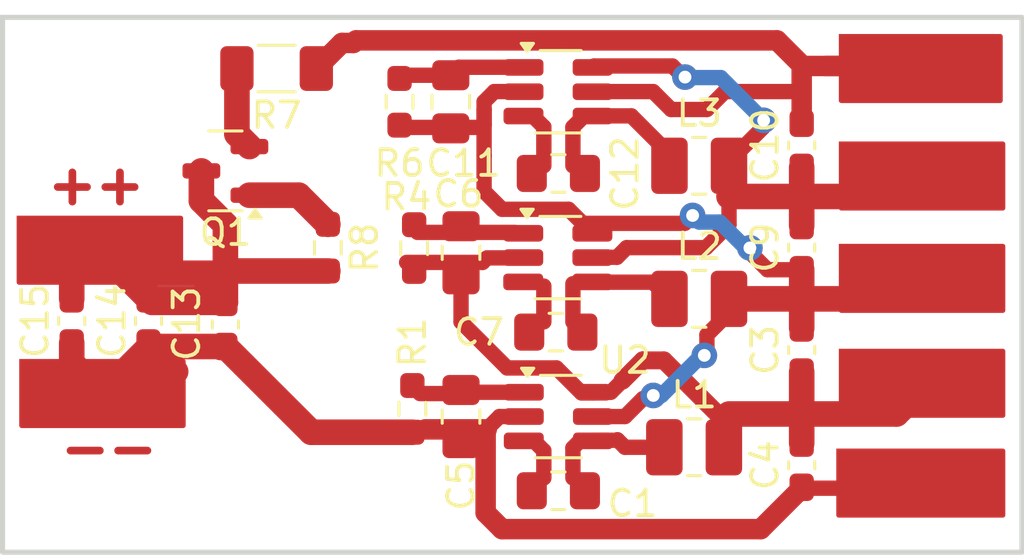
<source format=kicad_pcb>
(kicad_pcb (version 20241229) (generator "pcbnew") (generator_version "9.0")
  (layers (0 "F.Cu" signal) (2 "B.Cu" signal) (13 "F.Paste" user) (15 "B.Paste" user) (5 "F.SilkS" user "F.Silkscreen") (7 "B.SilkS" user "B.Silkscreen") (1 "F.Mask" user) (3 "B.Mask" user) (25 "Edge.Cuts" user))
  (net 0 "")
  (net 1 "Net-(U2-BIAS)")
  (net 2 "Net-(U2-SW)")
  (net 3 "Net-(BT2--)")
  (net 4 "/cell+")
  (net 5 "/pack-")
  (net 6 "Net-(U2-Iset)")
  (net 7 "Net-(U3-Iset)")
  (net 8 "Net-(U3-BIAS)")
  (net 9 "Net-(U3-SW)")
  (net 10 "Net-(BT1-+)")
  (net 11 "Net-(BT1--)")
  (net 12 "/pack+")
  (net 13 "Net-(U4-Iset)")
  (net 14 "Net-(U4-BIAS)")
  (net 15 "Net-(U4-SW)")
  (net 16 "Net-(Q1-S)")
  (net 17 "Net-(Q1-G)")
  (footprint "Resistor_SMD:R_0603_1608Metric_Pad0.98x0.95mm_HandSolder" (layer "F.Cu") (at 128.3 118.3 -90)
    (property "Reference" "R1" (at -2.6 0 270) (layer "F.SilkS"))
    (property "Value" "27k")
    (fp_line (start -0.254724 0.5225) (end 0.254724 0.5225) (stroke (width 0.12)) (layer "F.SilkS"))
    (fp_line (start -0.254724 -0.5225) (end 0.254724 -0.5225) (stroke (width 0.12)) (layer "F.SilkS"))
    (pad "1" smd roundrect (at -0.9125 0 270) (size 0.975 0.95) (layers "F.Cu" "F.Mask" "F.Paste") (net 6 "Net-(U2-Iset)"))
    (pad "2" smd roundrect (at 0.9125 0 270) (size 0.975 0.95) (layers "F.Cu" "F.Mask" "F.Paste") (net 5 "/pack-"))
  )
  (footprint "Package_TO_SOT_SMD:SOT-23-6_Handsoldering" (layer "F.Cu") (at 133.988251 105.906658)
    (property "Reference" "U4" (hide yes))
    (property "Value" "ETA3000S2G")
    (fp_line (start -0.9 1.61) (end 0.9 1.61) (stroke (width 0.12)) (layer "F.SilkS"))
    (fp_line (start 0.1 -1.61) (end -0.7 -1.61) (stroke (width 0.12)) (layer "F.SilkS"))
    (fp_line (start 0.1 -1.61) (end 0.9 -1.61) (stroke (width 0.12)) (layer "F.SilkS"))
    (fp_poly (pts (xy -1.2 -1.56) (xy -1.44 -1.89) (xy -0.96 -1.89) (xy -1.2 -1.56)) (stroke (width 0.12)) (fill yes) (layer "F.SilkS"))
    (pad "1" smd roundrect (at -1.35 -0.95) (size 1.56 0.65) (layers "F.Cu" "F.Mask" "F.Paste") (net 13 "Net-(U4-Iset)"))
    (pad "2" smd roundrect (at -1.35 0) (size 1.56 0.65) (layers "F.Cu" "F.Mask" "F.Paste") (net 3 "Net-(BT2--)"))
    (pad "3" smd roundrect (at -1.35 0.95) (size 1.56 0.65) (layers "F.Cu" "F.Mask" "F.Paste") (net 14 "Net-(U4-BIAS)"))
    (pad "4" smd roundrect (at 1.35 0.95) (size 1.56 0.65) (layers "F.Cu" "F.Mask" "F.Paste") (net 15 "Net-(U4-SW)"))
    (pad "5" smd roundrect (at 1.35 0) (size 1.56 0.65) (layers "F.Cu" "F.Mask" "F.Paste") (net 10 "Net-(BT1-+)"))
    (pad "6" smd roundrect (at 1.35 -0.95) (size 1.56 0.65) (layers "F.Cu" "F.Mask" "F.Paste") (net 11 "Net-(BT1--)"))
  )
  (footprint "Capacitor_SMD:C_0603_1608Metric_Pad1.08x0.95mm_HandSolder" (layer "F.Cu") (at 121 115 90)
    (property "Reference" "C13" (at 0.026127 -1.514859 90) (layer "F.SilkS"))
    (property "Value" "10uF")
    (fp_line (start -0.146267 -0.51) (end 0.146267 -0.51) (stroke (width 0.12)) (layer "F.SilkS"))
    (fp_line (start -0.146267 0.51) (end 0.146267 0.51) (stroke (width 0.12)) (layer "F.SilkS"))
    (pad "1" smd roundrect (at -0.8625 0 90) (size 1.075 0.95) (layers "F.Cu" "F.Mask" "F.Paste") (net 5 "/pack-"))
    (pad "2" smd roundrect (at 0.8625 0 90) (size 1.075 0.95) (layers "F.Cu" "F.Mask" "F.Paste") (net 12 "/pack+"))
  )
  (footprint "Resistor_SMD:R_0603_1608Metric_Pad0.98x0.95mm_HandSolder" (layer "F.Cu") (at 128.369886 112.016318 -90)
    (property "Reference" "R4" (at -2 0.3 0) (layer "F.SilkS"))
    (property "Value" "27k")
    (fp_line (start -0.254724 0.5225) (end 0.254724 0.5225) (stroke (width 0.12)) (layer "F.SilkS"))
    (fp_line (start -0.254724 -0.5225) (end 0.254724 -0.5225) (stroke (width 0.12)) (layer "F.SilkS"))
    (pad "1" smd roundrect (at -0.9125 0 270) (size 0.975 0.95) (layers "F.Cu" "F.Mask" "F.Paste") (net 7 "Net-(U3-Iset)"))
    (pad "2" smd roundrect (at 0.9125 0 270) (size 0.975 0.95) (layers "F.Cu" "F.Mask" "F.Paste") (net 4 "/cell+"))
  )
  (footprint "Capacitor_SMD:C_0805_2012Metric_Pad1.18x1.45mm_HandSolder" (layer "F.Cu") (at 134 121.5)
    (property "Reference" "C1" (at 2.9 0.5 0) (layer "F.SilkS"))
    (property "Value" "10nF")
    (fp_line (start -0.261252 -0.735) (end 0.261252 -0.735) (stroke (width 0.12)) (layer "F.SilkS"))
    (fp_line (start -0.261252 0.735) (end 0.261252 0.735) (stroke (width 0.12)) (layer "F.SilkS"))
    (pad "1" smd roundrect (at -1.0375 0) (size 1.175 1.45) (layers "F.Cu" "F.Mask" "F.Paste") (roundrect_rratio 0.212766) (net 1 "Net-(U2-BIAS)"))
    (pad "2" smd roundrect (at 1.0375 0) (size 1.175 1.45) (layers "F.Cu" "F.Mask" "F.Paste") (roundrect_rratio 0.212766) (net 2 "Net-(U2-SW)"))
  )
  (footprint "Capacitor_SMD:C_0805_2012Metric_Pad1.18x1.45mm_HandSolder" (layer "F.Cu") (at 134 109.1)
    (property "Reference" "C12" (at 2.6 0 90) (layer "F.SilkS"))
    (property "Value" "10nF")
    (fp_line (start -0.261252 -0.735) (end 0.261252 -0.735) (stroke (width 0.12)) (layer "F.SilkS"))
    (fp_line (start -0.261252 0.735) (end 0.261252 0.735) (stroke (width 0.12)) (layer "F.SilkS"))
    (pad "1" smd roundrect (at -1.0375 0) (size 1.175 1.45) (layers "F.Cu" "F.Mask" "F.Paste") (roundrect_rratio 0.212766) (net 14 "Net-(U4-BIAS)"))
    (pad "2" smd roundrect (at 1.0375 0) (size 1.175 1.45) (layers "F.Cu" "F.Mask" "F.Paste") (roundrect_rratio 0.212766) (net 15 "Net-(U4-SW)"))
  )
  (footprint "Capacitor_SMD:C_0603_1608Metric_Pad1.08x0.95mm_HandSolder" (layer "F.Cu") (at 118 114.8625 90)
    (property "Reference" "C14" (at 0 -1.43 90) (layer "F.SilkS"))
    (property "Value" "10uF")
    (fp_line (start -0.146267 -0.51) (end 0.146267 -0.51) (stroke (width 0.12)) (layer "F.SilkS"))
    (fp_line (start -0.146267 0.51) (end 0.146267 0.51) (stroke (width 0.12)) (layer "F.SilkS"))
    (pad "1" smd roundrect (at -0.8625 0 90) (size 1.075 0.95) (layers "F.Cu" "F.Mask" "F.Paste") (net 5 "/pack-"))
    (pad "2" smd roundrect (at 0.8625 0 90) (size 1.075 0.95) (layers "F.Cu" "F.Mask" "F.Paste") (net 12 "/pack+"))
  )
  (footprint "Capacitor_SMD:C_0805_2012Metric_Pad1.18x1.45mm_HandSolder" (layer "F.Cu") (at 130.2 118.6 90)
    (property "Reference" "C5" (at -2.7 0 90) (layer "F.SilkS"))
    (property "Value" "10nF")
    (fp_line (start -0.261252 -0.735) (end 0.261252 -0.735) (stroke (width 0.12)) (layer "F.SilkS"))
    (fp_line (start -0.261252 0.735) (end 0.261252 0.735) (stroke (width 0.12)) (layer "F.SilkS"))
    (pad "1" smd roundrect (at -1.0375 0 90) (size 1.175 1.45) (layers "F.Cu" "F.Mask" "F.Paste") (roundrect_rratio 0.212766) (net 5 "/pack-"))
    (pad "2" smd roundrect (at 1.0375 0 90) (size 1.175 1.45) (layers "F.Cu" "F.Mask" "F.Paste") (roundrect_rratio 0.212766) (net 6 "Net-(U2-Iset)"))
  )
  (footprint "Capacitor_SMD:C_0603_1608Metric_Pad1.08x0.95mm_HandSolder" (layer "F.Cu") (at 143.5 116 90)
    (property "Reference" "C3" (at 0 -1.43 90) (layer "F.SilkS"))
    (property "Value" "10uF")
    (fp_line (start -0.146267 -0.51) (end 0.146267 -0.51) (stroke (width 0.12)) (layer "F.SilkS"))
    (fp_line (start -0.146267 0.51) (end 0.146267 0.51) (stroke (width 0.12)) (layer "F.SilkS"))
    (pad "1" smd roundrect (at -0.8625 0 90) (size 1.075 0.95) (layers "F.Cu" "F.Mask" "F.Paste") (net 4 "/cell+"))
    (pad "2" smd roundrect (at 0.8625 0 90) (size 1.075 0.95) (layers "F.Cu" "F.Mask" "F.Paste") (net 3 "Net-(BT2--)"))
  )
  (footprint "Package_TO_SOT_SMD:SOT-23-6_Handsoldering" (layer "F.Cu") (at 133.978361 112.388055)
    (property "Reference" "U3" (hide yes))
    (property "Value" "ETA3000S2G")
    (fp_line (start -0.9 1.61) (end 0.9 1.61) (stroke (width 0.12)) (layer "F.SilkS"))
    (fp_line (start 0.1 -1.61) (end -0.7 -1.61) (stroke (width 0.12)) (layer "F.SilkS"))
    (fp_line (start 0.1 -1.61) (end 0.9 -1.61) (stroke (width 0.12)) (layer "F.SilkS"))
    (fp_poly (pts (xy -1.2 -1.56) (xy -1.44 -1.89) (xy -0.96 -1.89) (xy -1.2 -1.56)) (stroke (width 0.12)) (fill yes) (layer "F.SilkS"))
    (pad "1" smd roundrect (at -1.35 -0.95) (size 1.56 0.65) (layers "F.Cu" "F.Mask" "F.Paste") (net 7 "Net-(U3-Iset)"))
    (pad "2" smd roundrect (at -1.35 0) (size 1.56 0.65) (layers "F.Cu" "F.Mask" "F.Paste") (net 4 "/cell+"))
    (pad "3" smd roundrect (at -1.35 0.95) (size 1.56 0.65) (layers "F.Cu" "F.Mask" "F.Paste") (net 8 "Net-(U3-BIAS)"))
    (pad "4" smd roundrect (at 1.35 0.95) (size 1.56 0.65) (layers "F.Cu" "F.Mask" "F.Paste") (net 9 "Net-(U3-SW)"))
    (pad "5" smd roundrect (at 1.35 0) (size 1.56 0.65) (layers "F.Cu" "F.Mask" "F.Paste") (net 11 "Net-(BT1--)"))
    (pad "6" smd roundrect (at 1.35 -0.95) (size 1.56 0.65) (layers "F.Cu" "F.Mask" "F.Paste") (net 3 "Net-(BT2--)"))
  )
  (footprint "Resistor_SMD:R_0603_1608Metric_Pad0.98x0.95mm_HandSolder" (layer "F.Cu") (at 127.8 106.3 -90)
    (property "Reference" "R6" (at 2.4 0 0) (layer "F.SilkS"))
    (property "Value" "27k")
    (fp_line (start -0.254724 0.5225) (end 0.254724 0.5225) (stroke (width 0.12)) (layer "F.SilkS"))
    (fp_line (start -0.254724 -0.5225) (end 0.254724 -0.5225) (stroke (width 0.12)) (layer "F.SilkS"))
    (pad "1" smd roundrect (at -0.9125 0 270) (size 0.975 0.95) (layers "F.Cu" "F.Mask" "F.Paste") (net 13 "Net-(U4-Iset)"))
    (pad "2" smd roundrect (at 0.9125 0 270) (size 0.975 0.95) (layers "F.Cu" "F.Mask" "F.Paste") (net 3 "Net-(BT2--)"))
  )
  (footprint "Package_TO_SOT_SMD:SOT-23" (layer "F.Cu") (at 121 109 180)
    (property "Reference" "Q1" (at 0 -2.4 0) (layer "F.SilkS"))
    (property "Value" "AO3400A")
    (fp_line (start 0 1.56) (end 0.65 1.56) (stroke (width 0.12)) (layer "F.SilkS"))
    (fp_line (start 0 1.56) (end -0.65 1.56) (stroke (width 0.12)) (layer "F.SilkS"))
    (fp_line (start 0 -1.56) (end 0.65 -1.56) (stroke (width 0.12)) (layer "F.SilkS"))
    (fp_line (start 0 -1.56) (end -0.65 -1.56) (stroke (width 0.12)) (layer "F.SilkS"))
    (fp_poly (pts (xy -1.1625 -1.51) (xy -1.4025 -1.84) (xy -0.9225 -1.84)) (stroke (width 0.12)) (fill yes) (layer "F.SilkS"))
    (pad "1" smd roundrect (at -0.9375 -0.95 180) (size 1.475 0.6) (layers "F.Cu" "F.Mask" "F.Paste") (net 17 "Net-(Q1-G)"))
    (pad "2" smd roundrect (at -0.9375 0.95 180) (size 1.475 0.6) (layers "F.Cu" "F.Mask" "F.Paste") (net 16 "Net-(Q1-S)"))
    (pad "3" smd roundrect (at 0.9375 0 180) (size 1.475 0.6) (layers "F.Cu" "F.Mask" "F.Paste") (net 12 "/pack+"))
  )
  (footprint "Capacitor_SMD:C_0603_1608Metric_Pad1.08x0.95mm_HandSolder" (layer "F.Cu") (at 115 114.8625 90)
    (property "Reference" "C15" (at 0 -1.43 90) (layer "F.SilkS"))
    (property "Value" "10uF")
    (fp_line (start -0.146267 -0.51) (end 0.146267 -0.51) (stroke (width 0.12)) (layer "F.SilkS"))
    (fp_line (start -0.146267 0.51) (end 0.146267 0.51) (stroke (width 0.12)) (layer "F.SilkS"))
    (pad "1" smd roundrect (at -0.8625 0 90) (size 1.075 0.95) (layers "F.Cu" "F.Mask" "F.Paste") (net 5 "/pack-"))
    (pad "2" smd roundrect (at 0.8625 0 90) (size 1.075 0.95) (layers "F.Cu" "F.Mask" "F.Paste") (net 12 "/pack+"))
  )
  (footprint "Inductor_SMD:L_1008_2520Metric_Pad1.43x2.20mm_HandSolder" (layer "F.Cu") (at 139.5 114)
    (property "Reference" "L2" (at 0 -2.05 0) (layer "F.SilkS"))
    (property "Value" "2.2uH")
    (fp_line (start -0.261252 -1.11) (end 0.261252 -1.11) (stroke (width 0.12)) (layer "F.SilkS"))
    (fp_line (start -0.261252 1.11) (end 0.261252 1.11) (stroke (width 0.12)) (layer "F.SilkS"))
    (pad "1" smd roundrect (at -1.1625 0) (size 1.425 2.2) (layers "F.Cu" "F.Mask" "F.Paste") (roundrect_rratio 0.175439) (net 9 "Net-(U3-SW)"))
    (pad "2" smd roundrect (at 1.1625 0) (size 1.425 2.2) (layers "F.Cu" "F.Mask" "F.Paste") (roundrect_rratio 0.175439) (net 3 "Net-(BT2--)"))
  )
  (footprint "Capacitor_SMD:C_0603_1608Metric_Pad1.08x0.95mm_HandSolder" (layer "F.Cu") (at 143.5 108 90)
    (property "Reference" "C10" (at 0 -1.43 90) (layer "F.SilkS"))
    (property "Value" "10uF")
    (fp_line (start -0.146267 -0.51) (end 0.146267 -0.51) (stroke (width 0.12)) (layer "F.SilkS"))
    (fp_line (start -0.146267 0.51) (end 0.146267 0.51) (stroke (width 0.12)) (layer "F.SilkS"))
    (pad "1" smd roundrect (at -0.8625 0 90) (size 1.075 0.95) (layers "F.Cu" "F.Mask" "F.Paste") (net 11 "Net-(BT1--)"))
    (pad "2" smd roundrect (at 0.8625 0 90) (size 1.075 0.95) (layers "F.Cu" "F.Mask" "F.Paste") (net 10 "Net-(BT1-+)"))
  )
  (footprint "Inductor_SMD:L_1008_2520Metric_Pad1.43x2.20mm_HandSolder" (layer "F.Cu") (at 139.5 108.8)
    (property "Reference" "L3" (at 0 -2.05 0) (layer "F.SilkS"))
    (property "Value" "2.2uH")
    (fp_line (start -0.261252 -1.11) (end 0.261252 -1.11) (stroke (width 0.12)) (layer "F.SilkS"))
    (fp_line (start -0.261252 1.11) (end 0.261252 1.11) (stroke (width 0.12)) (layer "F.SilkS"))
    (pad "1" smd roundrect (at -1.1625 0) (size 1.425 2.2) (layers "F.Cu" "F.Mask" "F.Paste") (roundrect_rratio 0.175439) (net 15 "Net-(U4-SW)"))
    (pad "2" smd roundrect (at 1.1625 0) (size 1.425 2.2) (layers "F.Cu" "F.Mask" "F.Paste") (roundrect_rratio 0.175439) (net 11 "Net-(BT1--)"))
  )
  (footprint "Package_TO_SOT_SMD:SOT-23-6_Handsoldering" (layer "F.Cu") (at 134 118.6)
    (property "Reference" "U2" (at 2.6 -2.2 0) (layer "F.SilkS"))
    (property "Value" "ETA3000S2G")
    (fp_line (start -0.9 1.61) (end 0.9 1.61) (stroke (width 0.12)) (layer "F.SilkS"))
    (fp_line (start 0.1 -1.61) (end -0.7 -1.61) (stroke (width 0.12)) (layer "F.SilkS"))
    (fp_line (start 0.1 -1.61) (end 0.9 -1.61) (stroke (width 0.12)) (layer "F.SilkS"))
    (fp_poly (pts (xy -1.2 -1.56) (xy -1.44 -1.89) (xy -0.96 -1.89) (xy -1.2 -1.56)) (stroke (width 0.12)) (fill yes) (layer "F.SilkS"))
    (pad "1" smd roundrect (at -1.35 -0.95) (size 1.56 0.65) (layers "F.Cu" "F.Mask" "F.Paste") (net 6 "Net-(U2-Iset)"))
    (pad "2" smd roundrect (at -1.35 0) (size 1.56 0.65) (layers "F.Cu" "F.Mask" "F.Paste") (net 5 "/pack-"))
    (pad "3" smd roundrect (at -1.35 0.95) (size 1.56 0.65) (layers "F.Cu" "F.Mask" "F.Paste") (net 1 "Net-(U2-BIAS)"))
    (pad "4" smd roundrect (at 1.35 0.95) (size 1.56 0.65) (layers "F.Cu" "F.Mask" "F.Paste") (net 2 "Net-(U2-SW)"))
    (pad "5" smd roundrect (at 1.35 0) (size 1.56 0.65) (layers "F.Cu" "F.Mask" "F.Paste") (net 3 "Net-(BT2--)"))
    (pad "6" smd roundrect (at 1.4 -0.95) (size 1.3 0.65) (layers "F.Cu" "F.Mask" "F.Paste") (net 4 "/cell+"))
  )
  (footprint "Capacitor_SMD:C_0603_1608Metric_Pad1.08x0.95mm_HandSolder" (layer "F.Cu") (at 143.5 120.5 90)
    (property "Reference" "C4" (at 0 -1.43 90) (layer "F.SilkS"))
    (property "Value" "10uF")
    (fp_line (start -0.146267 -0.51) (end 0.146267 -0.51) (stroke (width 0.12)) (layer "F.SilkS"))
    (fp_line (start -0.146267 0.51) (end 0.146267 0.51) (stroke (width 0.12)) (layer "F.SilkS"))
    (pad "1" smd roundrect (at -0.8625 0 90) (size 1.075 0.95) (layers "F.Cu" "F.Mask" "F.Paste") (net 5 "/pack-"))
    (pad "2" smd roundrect (at 0.8625 0 90) (size 1.075 0.95) (layers "F.Cu" "F.Mask" "F.Paste") (net 4 "/cell+"))
  )
  (footprint "Capacitor_SMD:C_0805_2012Metric_Pad1.18x1.45mm_HandSolder" (layer "F.Cu") (at 130.2 112.2 90)
    (property "Reference" "C6" (at 2.3 -0.1 180) (layer "F.SilkS"))
    (property "Value" "10nF")
    (fp_line (start -0.261252 -0.735) (end 0.261252 -0.735) (stroke (width 0.12)) (layer "F.SilkS"))
    (fp_line (start -0.261252 0.735) (end 0.261252 0.735) (stroke (width 0.12)) (layer "F.SilkS"))
    (pad "1" smd roundrect (at -1.0375 0 90) (size 1.175 1.45) (layers "F.Cu" "F.Mask" "F.Paste") (roundrect_rratio 0.212766) (net 4 "/cell+"))
    (pad "2" smd roundrect (at 1.0375 0 90) (size 1.175 1.45) (layers "F.Cu" "F.Mask" "F.Paste") (roundrect_rratio 0.212766) (net 7 "Net-(U3-Iset)"))
  )
  (footprint "Capacitor_SMD:C_0805_2012Metric_Pad1.18x1.45mm_HandSolder" (layer "F.Cu") (at 133.9 115.3)
    (property "Reference" "C7" (at -3 0 0) (layer "F.SilkS"))
    (property "Value" "10nF")
    (fp_line (start -0.261252 -0.735) (end 0.261252 -0.735) (stroke (width 0.12)) (layer "F.SilkS"))
    (fp_line (start -0.261252 0.735) (end 0.261252 0.735) (stroke (width 0.12)) (layer "F.SilkS"))
    (pad "1" smd roundrect (at -1.0375 0) (size 1.175 1.45) (layers "F.Cu" "F.Mask" "F.Paste") (roundrect_rratio 0.212766) (net 8 "Net-(U3-BIAS)"))
    (pad "2" smd roundrect (at 1.0375 0) (size 1.175 1.45) (layers "F.Cu" "F.Mask" "F.Paste") (roundrect_rratio 0.212766) (net 9 "Net-(U3-SW)"))
  )
  (footprint "Capacitor_SMD:C_0603_1608Metric_Pad1.08x0.95mm_HandSolder" (layer "F.Cu") (at 143.5 112 90)
    (property "Reference" "C9" (at 0 -1.43 90) (layer "F.SilkS"))
    (property "Value" "10uF")
    (fp_line (start -0.146267 -0.51) (end 0.146267 -0.51) (stroke (width 0.12)) (layer "F.SilkS"))
    (fp_line (start -0.146267 0.51) (end 0.146267 0.51) (stroke (width 0.12)) (layer "F.SilkS"))
    (pad "1" smd roundrect (at -0.8625 0 90) (size 1.075 0.95) (layers "F.Cu" "F.Mask" "F.Paste") (net 3 "Net-(BT2--)"))
    (pad "2" smd roundrect (at 0.8625 0 90) (size 1.075 0.95) (layers "F.Cu" "F.Mask" "F.Paste") (net 11 "Net-(BT1--)"))
  )
  (footprint "Capacitor_SMD:C_0805_2012Metric_Pad1.18x1.45mm_HandSolder" (layer "F.Cu") (at 129.8 106.3 90)
    (property "Reference" "C11" (at -2.4 0.5 180) (layer "F.SilkS"))
    (property "Value" "10nF")
    (fp_line (start -0.261252 -0.735) (end 0.261252 -0.735) (stroke (width 0.12)) (layer "F.SilkS"))
    (fp_line (start -0.261252 0.735) (end 0.261252 0.735) (stroke (width 0.12)) (layer "F.SilkS"))
    (pad "1" smd roundrect (at -1.0375 0 90) (size 1.175 1.45) (layers "F.Cu" "F.Mask" "F.Paste") (roundrect_rratio 0.212766) (net 3 "Net-(BT2--)"))
    (pad "2" smd roundrect (at 1.0375 0 90) (size 1.175 1.45) (layers "F.Cu" "F.Mask" "F.Paste") (roundrect_rratio 0.212766) (net 13 "Net-(U4-Iset)"))
  )
  (footprint "Resistor_SMD:R_1206_3216Metric_Pad1.30x1.75mm_HandSolder" (layer "F.Cu") (at 123 105 180)
    (property "Reference" "R7" (at 0 -1.83 0) (layer "F.SilkS"))
    (property "Value" "0r62")
    (fp_line (start -0.727064 0.91) (end 0.727064 0.91) (stroke (width 0.12)) (layer "F.SilkS"))
    (fp_line (start -0.727064 -0.91) (end 0.727064 -0.91) (stroke (width 0.12)) (layer "F.SilkS"))
    (pad "1" smd roundrect (at -1.55 0 180) (size 1.3 1.75) (layers "F.Cu" "F.Mask" "F.Paste") (roundrect_rratio 0.192308) (net 10 "Net-(BT1-+)"))
    (pad "2" smd roundrect (at 1.55 0 180) (size 1.3 1.75) (layers "F.Cu" "F.Mask" "F.Paste") (roundrect_rratio 0.192308) (net 16 "Net-(Q1-S)"))
  )
  (footprint "Resistor_SMD:R_0603_1608Metric_Pad0.98x0.95mm_HandSolder" (layer "F.Cu") (at 125 112 -90)
    (property "Reference" "R8" (at 0 -1.43 90) (layer "F.SilkS"))
    (property "Value" "1k")
    (fp_line (start -0.254724 0.5225) (end 0.254724 0.5225) (stroke (width 0.12)) (layer "F.SilkS"))
    (fp_line (start -0.254724 -0.5225) (end 0.254724 -0.5225) (stroke (width 0.12)) (layer "F.SilkS"))
    (pad "1" smd roundrect (at -0.9125 0 270) (size 0.975 0.95) (layers "F.Cu" "F.Mask" "F.Paste") (net 17 "Net-(Q1-G)"))
    (pad "2" smd roundrect (at 0.9125 0 270) (size 0.975 0.95) (layers "F.Cu" "F.Mask" "F.Paste") (net 12 "/pack+"))
  )
  (footprint "Inductor_SMD:L_1008_2520Metric_Pad1.43x2.20mm_HandSolder" (layer "F.Cu") (at 139.3 119.8)
    (property "Reference" "L1" (at 0 -2.05 0) (layer "F.SilkS"))
    (property "Value" "2.2uH")
    (fp_line (start -0.261252 -1.11) (end 0.261252 -1.11) (stroke (width 0.12)) (layer "F.SilkS"))
    (fp_line (start -0.261252 1.11) (end 0.261252 1.11) (stroke (width 0.12)) (layer "F.SilkS"))
    (pad "1" smd roundrect (at -1.1625 0) (size 1.425 2.2) (layers "F.Cu" "F.Mask" "F.Paste") (roundrect_rratio 0.175439) (net 2 "Net-(U2-SW)"))
    (pad "2" smd roundrect (at 1.1625 0) (size 1.425 2.2) (layers "F.Cu" "F.Mask" "F.Paste") (roundrect_rratio 0.175439) (net 4 "/cell+"))
  )
  (gr_line (start 149.35 104.9) (end 144.45 104.9) (stroke (width 0.8)) (layer "F.Cu") (net 10))
  (gr_rect (start 145.05 116.05) (end 151.35 118.55) (stroke (width 0.2)) (fill yes) (layers "F.Cu" "F.Mask") (net 4))
  (gr_rect (start 145.05 111.95) (end 151.35 114.45) (stroke (width 0.2)) (fill yes) (layers "F.Cu" "F.Mask") (net 3))
  (gr_rect (start 145.05 103.75) (end 151.25 106.25) (stroke (width 0.2)) (fill yes) (layers "F.Cu" "F.Mask") (net 10))
  (gr_rect (start 145.05 107.95) (end 151.35 110.45) (stroke (width 0.2)) (fill yes) (layers "F.Cu" "F.Mask") (net 11))
  (gr_rect (start 144.95 119.95) (end 151.35 122.45) (stroke (width 0.2)) (fill yes) (layers "F.Cu" "F.Mask") (net 5))
  (gr_rect (start 112.95 110.85) (end 119.25 113.35) (stroke (width 0.2)) (fill yes) (layers "F.Cu" "F.Mask") (net 12))
  (gr_rect (start 113.05 116.45) (end 119.35 118.95) (stroke (width 0.2)) (fill yes) (layers "F.Cu" "F.Mask") (net 5))
  (gr_rect (start 112.3 103) (end 152.1 123.9) (stroke (width 0.2)) (fill no) (layer "Edge.Cuts"))
  (gr_text "--" (at 114.4 120.7 0) (layer "F.Cu") (effects (font (size 1.5 1.5) (thickness 0.3) (bold yes)) (justify left bottom)))
  (gr_text "++\n" (at 113.9 110.4 0) (layer "F.Cu") (effects (font (size 1.5 1.5) (thickness 0.3) (bold yes)) (justify left bottom)))
  (segment (start 132.7 119.5) (end 133 119.5) (width 0.3) (layer "F.Cu") (net 1))
  (segment (start 132.65 119.55) (end 132.7 119.5) (width 0.3) (layer "F.Cu") (net 1))
  (segment (start 133.047491 119.55) (end 133.4325 119.935009) (width 0.6) (layer "F.Cu") (net 1))
  (segment (start 132.65 119.55) (end 133.047491 119.55) (width 0.6) (layer "F.Cu") (net 1))
  (segment (start 133.4325 119.935009) (end 133.4325 121) (width 0.6) (layer "F.Cu") (net 1))
  (segment (start 136.6 119.8) (end 137.6375 119.8) (width 0.6) (layer "F.Cu") (net 2))
  (segment (start 136.288254 119.526) (end 136.307127 119.507127) (width 0.6) (layer "F.Cu") (net 2))
  (segment (start 134.5675 121) (end 134.5675 119.826597) (width 0.6) (layer "F.Cu") (net 2))
  (segment (start 134.844097 119.55) (end 135.35 119.55) (width 0.3) (layer "F.Cu") (net 2))
  (segment (start 135.35 119.55) (end 135.374 119.526) (width 0.6) (layer "F.Cu") (net 2))
  (segment (start 136.307127 119.507127) (end 136.6 119.8) (width 0.6) (layer "F.Cu") (net 2))
  (segment (start 134.5675 119.826597) (end 134.844097 119.55) (width 0.6) (layer "F.Cu") (net 2))
  (segment (start 135.374 119.526) (end 136.288254 119.526) (width 0.6) (layer "F.Cu") (net 2))
  (segment (start 131.5 105.9) (end 131.1 106.3) (width 0.6) (layer "F.Cu") (net 3))
  (segment (start 140.6625 114) (end 147.7 114) (width 1) (layer "F.Cu") (net 3))
  (segment (start 141.47781 112.009027) (end 141.47781 112.17781) (width 0.6) (layer "F.Cu") (net 3))
  (segment (start 131.1 107.2) (end 131 107.3) (width 0.6) (layer "F.Cu") (net 3))
  (segment (start 131.1 109.8) (end 131.8 110.5) (width 0.6) (layer "F.Cu") (net 3))
  (segment (start 131.1 106.6) (end 131.1 108.4) (width 0.6) (layer "F.Cu") (net 3))
  (segment (start 139.8 115.407415) (end 140.6625 114.544915) (width 0.6) (layer "F.Cu") (net 3))
  (segment (start 139.699065 116.02305) (end 139.8 115.922115) (width 0.6) (layer "F.Cu") (net 3))
  (segment (start 131 107.3) (end 127.8 107.3) (width 0.6) (layer "F.Cu") (net 3))
  (segment (start 131.1 106.3) (end 131.1 106.6) (width 0.6) (layer "F.Cu") (net 3))
  (segment (start 136.6 118.6) (end 135.35 118.6) (width 0.6) (layer "F.Cu") (net 3))
  (segment (start 134.95 111.05) (end 138.932487 111.05) (width 0.6) (layer "F.Cu") (net 3))
  (segment (start 137.580687 117.9) (end 137.3 117.9) (width 0.6) (layer "F.Cu") (net 3))
  (segment (start 141.47781 112.17781) (end 142.1625 112.8625) (width 0.6) (layer "F.Cu") (net 3))
  (segment (start 134.4 110.5) (end 134.95 111.05) (width 0.6) (layer "F.Cu") (net 3))
  (segment (start 140.6625 114) (end 140.6625 114.47247) (width 0.3) (layer "F.Cu") (net 3))
  (segment (start 131.1 108.4) (end 131.1 109.8) (width 0.6) (layer "F.Cu") (net 3))
  (segment (start 137.705357 117.77533) (end 137.580687 117.9) (width 0.6) (layer "F.Cu") (net 3))
  (segment (start 142.1625 112.8625) (end 143.5 112.8625) (width 0.6) (layer "F.Cu") (net 3))
  (segment (start 138.932487 111.05) (end 139.240865 110.741622) (width 0.6) (layer "F.Cu") (net 3))
  (segment (start 140.6625 114.544915) (end 140.6625 114) (width 0.6) (layer "F.Cu") (net 3))
  (segment (start 139.8 115.922115) (end 139.8 115.407415) (width 0.6) (layer "F.Cu") (net 3))
  (segment (start 132.65 105.9) (end 131.5 105.9) (width 0.6) (layer "F.Cu") (net 3))
  (segment (start 137.3 117.9) (end 136.6 118.6) (width 0.6) (layer "F.Cu") (net 3))
  (segment (start 131.8 110.5) (end 134.4 110.5) (width 0.6) (layer "F.Cu") (net 3))
  (segment (start 131.1 106.6) (end 131.1 107.2) (width 0.6) (layer "F.Cu") (net 3))
  (segment (start 143.5 112.8625) (end 143.5 115.1375) (width 1) (layer "F.Cu") (net 3))
  (via (at 139.699065 116.208846) (size 1) (drill 0.5) (layers "F.Cu" "B.Cu") (net 3))
  (via (at 141.47781 112.009027) (size 1) (drill 0.5) (layers "F.Cu" "B.Cu") (net 3))
  (via (at 139.240865 110.741622) (size 1) (drill 0.5) (layers "F.Cu" "B.Cu") (net 3))
  (via (at 137.705357 117.77533) (size 1) (drill 0.5) (layers "F.Cu" "B.Cu") (net 3))
  (segment (start 140.3 111) (end 141.309027 112.009027) (width 0.6) (layer "B.Cu") (net 3))
  (segment (start 139.240865 110.741622) (end 139.499243 111) (width 0.6) (layer "B.Cu") (net 3))
  (segment (start 138.02467 117.77533) (end 139.591154 116.208846) (width 0.6) (layer "B.Cu") (net 3))
  (segment (start 139.591154 116.208846) (end 139.699065 116.208846) (width 0.6) (layer "B.Cu") (net 3))
  (segment (start 141.309027 112.009027) (end 141.47781 112.009027) (width 0.6) (layer "B.Cu") (net 3))
  (segment (start 139.499243 111) (end 140.3 111) (width 0.6) (layer "B.Cu") (net 3))
  (segment (start 137.705357 117.77533) (end 138.02467 117.77533) (width 0.6) (layer "B.Cu") (net 3))
  (segment (start 132 116.7) (end 130.2 114.9) (width 0.6) (layer "F.Cu") (net 4))
  (segment (start 131.042576 112.575297) (end 128.075297 112.575297) (width 0.6) (layer "F.Cu") (net 4))
  (segment (start 136.05 117.65) (end 135.4 117.65) (width 0.6) (layer "F.Cu") (net 4))
  (segment (start 143.5 118) (end 143.5 119.6375) (width 1) (layer "F.Cu") (net 4))
  (segment (start 147.2 118.5) (end 148.4 117.3) (width 1) (layer "F.Cu") (net 4))
  (segment (start 140.6625 118.5) (end 147.2 118.5) (width 1) (layer "F.Cu") (net 4))
  (segment (start 131.2 112.417873) (end 131.217873 112.4) (width 0.6) (layer "F.Cu") (net 4))
  (segment (start 133.926 116.7) (end 132 116.7) (width 0.6) (layer "F.Cu") (net 4))
  (segment (start 131.2 112.417873) (end 131.042576 112.575297) (width 0.6) (layer "F.Cu") (net 4))
  (segment (start 143.5 116.8625) (end 143.5 118) (width 1) (layer "F.Cu") (net 4))
  (segment (start 137.3 116.4) (end 137.4 116.4) (width 0.7) (layer "F.Cu") (net 4))
  (segment (start 137.4 116.4) (end 137.404548 116.404548) (width 0.7) (layer "F.Cu") (net 4))
  (segment (start 140.6625 118.5) (end 140.6625 118.9) (width 0.3) (layer "F.Cu") (net 4))
  (segment (start 138.120371 116.404548) (end 140.5625 118.846677) (width 0.7) (layer "F.Cu") (net 4))
  (segment (start 136.5 117.2) (end 136.05 117.65) (width 0.6) (layer "F.Cu") (net 4))
  (segment (start 143.5 119.6375) (end 143.5 119) (width 0.3) (layer "F.Cu") (net 4))
  (segment (start 130.2 114.9) (end 130.2 113.7) (width 0.6) (layer "F.Cu") (net 4))
  (segment (start 140.5625 119) (end 140.5625 118.9625) (width 0.6) (layer "F.Cu") (net 4))
  (segment (start 140.5625 118.846677) (end 140.5625 118.9625) (width 0.7) (layer "F.Cu") (net 4))
  (segment (start 135.376 117.674) (end 134.9 117.674) (width 0.6) (layer "F.Cu") (net 4))
  (segment (start 140.6625 118.9) (end 140.5625 119) (width 0.3) (layer "F.Cu") (net 4))
  (segment (start 136.5 117.2) (end 137.3 116.4) (width 0.7) (layer "F.Cu") (net 4))
  (segment (start 135.4 117.65) (end 135.376 117.674) (width 0.6) (layer "F.Cu") (net 4))
  (segment (start 134.9 117.674) (end 133.926 116.7) (width 0.6) (layer "F.Cu") (net 4))
  (segment (start 131.217873 112.4) (end 132.65 112.4) (width 0.6) (layer "F.Cu") (net 4))
  (segment (start 137.404548 116.404548) (end 138.120371 116.404548) (width 0.7) (layer "F.Cu") (net 4))
  (segment (start 119.057754 116.842246) (end 117.057754 116.842246) (width 1) (layer "F.Cu") (net 5))
  (segment (start 115 115.725) (end 115 116.5) (width 1) (layer "F.Cu") (net 5))
  (segment (start 131.160557 119.126984) (end 131.160557 122.360557) (width 0.8) (layer "F.Cu") (net 5))
  (segment (start 131.156052 119.122479) (end 131.160557 119.126984) (width 0.8) (layer "F.Cu") (net 5))
  (segment (start 128.8025 119.1) (end 131.2 119.1) (width 0.8) (layer "F.Cu") (net 5))
  (segment (start 128.3 119.2125) (end 124.35 119.2125) (width 1) (layer "F.Cu") (net 5))
  (segment (start 118.0375 115.8625) (end 116.2 117.7) (width 1) (layer "F.Cu") (net 5))
  (segment (start 132.65 118.6) (end 131.7 118.6) (width 0.6) (layer "F.Cu") (net 5))
  (segment (start 131.799 122.999) (end 141.901 122.999) (width 0.8) (layer "F.Cu") (net 5))
  (segment (start 131.7 118.6) (end 131.2 119.1) (width 0.6) (layer "F.Cu") (net 5))
  (segment (start 141.901 122.999) (end 143.5 121.4) (width 0.8) (layer "F.Cu") (net 5))
  (segment (start 121 115.8625) (end 118.0375 115.8625) (width 1) (layer "F.Cu") (net 5))
  (segment (start 124.35 119.2125) (end 121 115.8625) (width 1) (layer "F.Cu") (net 5))
  (segment (start 147.95 121.4) (end 148.15 121.2) (width 0.6) (layer "F.Cu") (net 5))
  (segment (start 117.057754 116.842246) (end 116.2 117.7) (width 1) (layer "F.Cu") (net 5))
  (segment (start 143.5 121.4) (end 147.95 121.4) (width 0.6) (layer "F.Cu") (net 5))
  (segment (start 115 116.5) (end 116.2 117.7) (width 1) (layer "F.Cu") (net 5))
  (segment (start 131.160557 122.360557) (end 131.799 122.999) (width 0.8) (layer "F.Cu") (net 5))
  (segment (start 131.2 119.1) (end 131.160557 119.139443) (width 0.8) (layer "F.Cu") (net 5))
  (segment (start 143.5 121.4) (end 143.5 121.3625) (width 0.6) (layer "F.Cu") (net 5))
  (segment (start 130.45 117.65) (end 132.65 117.65) (width 0.6) (layer "F.Cu") (net 6))
  (segment (start 128.6 117.7025) (end 130.0975 117.7025) (width 0.6) (layer "F.Cu") (net 6))
  (segment (start 132.2975 111.4025) (end 128.5 111.4025) (width 0.6) (layer "F.Cu") (net 7))
  (segment (start 133.4325 114.9) (end 133.4325 113.500876) (width 0.6) (layer "F.Cu") (net 8))
  (segment (start 135.35 113.35) (end 137.6875 113.35) (width 0.6) (layer "F.Cu") (net 9))
  (segment (start 137.6875 113.35) (end 138.3375 114) (width 0.6) (layer "F.Cu") (net 9))
  (segment (start 134.5675 114.9) (end 134.5675 113.408385) (width 0.6) (layer "F.Cu") (net 9))
  (segment (start 125.55 104) (end 124.55 105) (width 0.8) (layer "F.Cu") (net 10))
  (segment (start 126 104) (end 125.55 104) (width 0.8) (layer "F.Cu") (net 10))
  (segment (start 143.5375 104.9) (end 145.549 104.9) (width 0.8) (layer "F.Cu") (net 10))
  (segment (start 126.1 103.9) (end 126 104) (width 0.8) (layer "F.Cu") (net 10))
  (segment (start 143.5 107.1375) (end 143.5 104.8625) (width 0.8) (layer "F.Cu") (net 10))
  (segment (start 138.4 106.6) (end 139.8 106.6) (width 0.6) (layer "F.Cu") (net 10))
  (segment (start 143.5 104.8625) (end 142.5375 103.9) (width 0.8) (layer "F.Cu") (net 10))
  (segment (start 145.549 104.9) (end 145 104.9) (width 0.8) (layer "F.Cu") (net 10))
  (segment (start 140.5 105.9) (end 143.5 105.9) (width 0.6) (layer "F.Cu") (net 10))
  (segment (start 137.7 105.9) (end 138.4 106.6) (width 0.6) (layer "F.Cu") (net 10))
  (segment (start 142.5375 103.9) (end 126.1 103.9) (width 0.8) (layer "F.Cu") (net 10))
  (segment (start 139.8 106.6) (end 140.5 105.9) (width 0.6) (layer "F.Cu") (net 10))
  (segment (start 143.5 104.8625) (end 143.5375 104.9) (width 0.8) (layer "F.Cu") (net 10))
  (segment (start 135.35 105.9) (end 137.7 105.9) (width 0.6) (layer "F.Cu") (net 10))
  (segment (start 143.5 105.9) (end 143.5 107.1375) (width 0.6) (layer "F.Cu") (net 10))
  (segment (start 138.944277 105.334792) (end 138.886259 105.334792) (width 0.6) (layer "F.Cu") (net 11))
  (segment (start 141.980285 107.31689) (end 140.6625 108.634675) (width 0.6) (layer "F.Cu") (net 11))
  (segment (start 142.014759 107.02552) (end 141.980285 107.059994) (width 0.6) (layer "F.Cu") (net 11))
  (segment (start 135.35 112.4) (end 135.374 112.376) (width 0.6) (layer "F.Cu") (net 11))
  (segment (start 139.762499 112) (end 140.6625 111.099999) (width 0.6) (layer "F.Cu") (net 11))
  (segment (start 138.451467 104.9) (end 135.4 104.9) (width 0.6) (layer "F.Cu") (net 11))
  (segment (start 141.980285 107.059994) (end 141.980285 107.31689) (width 0.6) (layer "F.Cu") (net 11))
  (segment (start 140.6625 108.634675) (end 140.6625 108.8) (width 0.6) (layer "F.Cu") (net 11))
  (segment (start 135.374 112.376) (end 136.288254 112.376) (width 0.6) (layer "F.Cu") (net 11))
  (segment (start 143.5 108.8625) (end 143.5 111.1375) (width 1) (layer "F.Cu") (net 11))
  (segment (start 135.4 104.9) (end 135.35 104.95) (width 0.6) (layer "F.Cu") (net 11))
  (segment (start 136.288254 112.376) (end 136.664254 112) (width 0.6) (layer "F.Cu") (net 11))
  (segment (start 138.886259 105.334792) (end 138.451467 104.9) (width 0.6) (layer "F.Cu") (net 11))
  (segment (start 140.6625 110) (end 147 110) (width 1) (layer "F.Cu") (net 11))
  (segment (start 140.6625 111.099999) (end 140.6625 110) (width 0.6) (layer "F.Cu") (net 11))
  (segment (start 136.664254 112) (end 139.762499 112) (width 0.6) (layer "F.Cu") (net 11))
  (via (at 142.014759 107.02552) (size 1) (drill 0.5) (layers "F.Cu" "B.Cu") (net 11))
  (via (at 138.944277 105.334792) (size 1) (drill 0.5) (layers "F.Cu" "B.Cu") (net 11))
  (segment (start 138.962891 105.353406) (end 138.944277 105.334792) (width 0.6) (layer "B.Cu") (net 11))
  (segment (start 140.342645 105.353406) (end 138.962891 105.353406) (width 0.6) (layer "B.Cu") (net 11))
  (segment (start 142.014759 107.02552) (end 140.342645 105.353406) (width 0.6) (layer "B.Cu") (net 11))
  (segment (start 118.1375 114.1375) (end 116.1 112.1) (width 1) (layer "F.Cu") (net 12))
  (segment (start 125 112.9125) (end 121.0875 112.9125) (width 1) (layer "F.Cu") (net 12))
  (segment (start 118 114) (end 120 114) (width 1) (layer "F.Cu") (net 12))
  (segment (start 115 113.2) (end 115 114) (width 1) (layer "F.Cu") (net 12))
  (segment (start 117 113) (end 116.1 112.1) (width 1) (layer "F.Cu") (net 12))
  (segment (start 121 113) (end 121 114.1375) (width 1) (layer "F.Cu") (net 12))
  (segment (start 120.0625 109) (end 120.0625 110.161574) (width 1) (layer "F.Cu") (net 12))
  (segment (start 121 114.1375) (end 118.1375 114.1375) (width 1) (layer "F.Cu") (net 12))
  (segment (start 116.1 112.1) (end 115 113.2) (width 1) (layer "F.Cu") (net 12))
  (segment (start 121.0875 112.9125) (end 121 113) (width 1) (layer "F.Cu") (net 12))
  (segment (start 120.0625 110.161574) (end 121 111.099074) (width 1) (layer "F.Cu") (net 12))
  (segment (start 121 113) (end 117 113) (width 1) (layer "F.Cu") (net 12))
  (segment (start 120 114) (end 121 113) (width 1) (layer "F.Cu") (net 12))
  (segment (start 121 111.099074) (end 121 113) (width 1) (layer "F.Cu") (net 12))
  (segment (start 129.9575 105.2625) (end 129.8 105.2625) (width 0.6) (layer "F.Cu") (net 13))
  (segment (start 129.8 105.2625) (end 130.1125 104.95) (width 0.6) (layer "F.Cu") (net 13))
  (segment (start 129.8 105.2625) (end 127.925 105.2625) (width 0.6) (layer "F.Cu") (net 13))
  (segment (start 130.1125 104.95) (end 132.65 104.95) (width 0.6) (layer "F.Cu") (net 13))
  (segment (start 127.925 105.2625) (end 127.8 105.3875) (width 0.6) (layer "F.Cu") (net 13))
  (segment (start 129.9975 105.3025) (end 129.9575 105.2625) (width 0.6) (layer "F.Cu") (net 13))
  (segment (start 133.4325 108.8) (end 133.4325 107.283651) (width 0.6) (layer "F.Cu") (net 14))
  (segment (start 132.998849 106.85) (end 132.65 106.85) (width 0.6) (layer "F.Cu") (net 14))
  (segment (start 133.4325 107.283651) (end 132.998849 106.85) (width 0.6) (layer "F.Cu") (net 14))
  (segment (start 138.3375 108.3375) (end 138.3375 108.8) (width 0.6) (layer "F.Cu") (net 15))
  (segment (start 135.35 106.85) (end 136.85 106.85) (width 0.6) (layer "F.Cu") (net 15))
  (segment (start 134.5675 108.8) (end 134.5675 107.287163) (width 0.6) (layer "F.Cu") (net 15))
  (segment (start 134.5675 107.287163) (end 135.004663 106.85) (width 0.6) (layer "F.Cu") (net 15))
  (segment (start 136.85 106.85) (end 138.3375 108.3375) (width 0.6) (layer "F.Cu") (net 15))
  (segment (start 135.004663 106.85) (end 135.35 106.85) (width 0.6) (layer "F.Cu") (net 15))
  (segment (start 121.45 107.5625) (end 121.9375 108.05) (width 1) (layer "F.Cu") (net 16))
  (segment (start 121.45 105) (end 121.45 107.5625) (width 1) (layer "F.Cu") (net 16))
  (segment (start 123.8625 109.95) (end 125 111.0875) (width 1) (layer "F.Cu") (net 17))
  (segment (start 121.9375 109.95) (end 123.8625 109.95) (width 1) (layer "F.Cu") (net 17))
)
</source>
